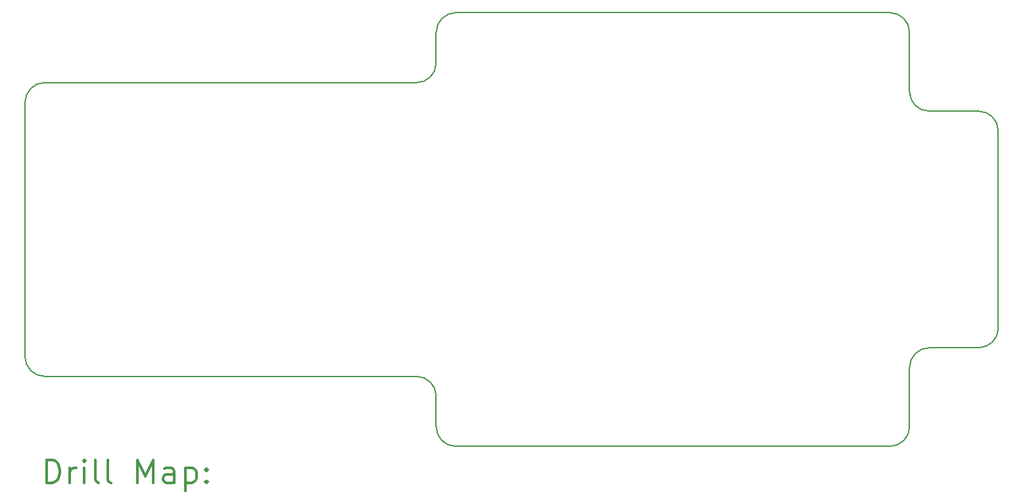
<source format=gbr>
%FSLAX45Y45*%
G04 Gerber Fmt 4.5, Leading zero omitted, Abs format (unit mm)*
G04 Created by KiCad (PCBNEW (5.0.2)-1) date 26/04/2019 16:37:29*
%MOMM*%
%LPD*%
G01*
G04 APERTURE LIST*
%ADD10C,0.150000*%
%ADD11C,0.200000*%
%ADD12C,0.300000*%
G04 APERTURE END LIST*
D10*
X13208000Y-7366000D02*
X13208000Y-7759700D01*
X12954000Y-11798300D02*
G75*
G02X13208000Y-12052300I0J-254000D01*
G01*
X8166100Y-11798300D02*
G75*
G02X7912100Y-11544300I0J254000D01*
G01*
X13462000Y-12700000D02*
G75*
G02X13208000Y-12446000I0J254000D01*
G01*
X7912100Y-8267700D02*
G75*
G02X8166100Y-8013700I254000J0D01*
G01*
X13208000Y-7759700D02*
G75*
G02X12954000Y-8013700I-254000J0D01*
G01*
X19050000Y-7112000D02*
G75*
G02X19304000Y-7366000I0J-254000D01*
G01*
X19558000Y-8382000D02*
G75*
G02X19304000Y-8128000I0J254000D01*
G01*
X20193000Y-8382000D02*
G75*
G02X20447000Y-8636000I0J-254000D01*
G01*
X20447000Y-11176000D02*
G75*
G02X20193000Y-11430000I-254000J0D01*
G01*
X19304000Y-11684000D02*
G75*
G02X19558000Y-11430000I254000J0D01*
G01*
X19304000Y-12446000D02*
G75*
G02X19050000Y-12700000I-254000J0D01*
G01*
X13208000Y-7366000D02*
G75*
G02X13462000Y-7112000I254000J0D01*
G01*
X13208000Y-12052300D02*
X13208000Y-12446000D01*
X8166100Y-11798300D02*
X12954000Y-11798300D01*
X7912100Y-8267700D02*
X7912100Y-11544300D01*
X12954000Y-8013700D02*
X8166100Y-8013700D01*
X19050000Y-12700000D02*
X13462000Y-12700000D01*
X19304000Y-11684000D02*
X19304000Y-12446000D01*
X20193000Y-11430000D02*
X19558000Y-11430000D01*
X20447000Y-8636000D02*
X20447000Y-11176000D01*
X19558000Y-8382000D02*
X20193000Y-8382000D01*
X19304000Y-7366000D02*
X19304000Y-8128000D01*
X13462000Y-7112000D02*
X19050000Y-7112000D01*
D11*
D12*
X8191028Y-13173214D02*
X8191028Y-12873214D01*
X8262457Y-12873214D01*
X8305314Y-12887500D01*
X8333886Y-12916071D01*
X8348171Y-12944643D01*
X8362457Y-13001786D01*
X8362457Y-13044643D01*
X8348171Y-13101786D01*
X8333886Y-13130357D01*
X8305314Y-13158929D01*
X8262457Y-13173214D01*
X8191028Y-13173214D01*
X8491028Y-13173214D02*
X8491028Y-12973214D01*
X8491028Y-13030357D02*
X8505314Y-13001786D01*
X8519600Y-12987500D01*
X8548171Y-12973214D01*
X8576743Y-12973214D01*
X8676743Y-13173214D02*
X8676743Y-12973214D01*
X8676743Y-12873214D02*
X8662457Y-12887500D01*
X8676743Y-12901786D01*
X8691028Y-12887500D01*
X8676743Y-12873214D01*
X8676743Y-12901786D01*
X8862457Y-13173214D02*
X8833886Y-13158929D01*
X8819600Y-13130357D01*
X8819600Y-12873214D01*
X9019600Y-13173214D02*
X8991028Y-13158929D01*
X8976743Y-13130357D01*
X8976743Y-12873214D01*
X9362457Y-13173214D02*
X9362457Y-12873214D01*
X9462457Y-13087500D01*
X9562457Y-12873214D01*
X9562457Y-13173214D01*
X9833886Y-13173214D02*
X9833886Y-13016071D01*
X9819600Y-12987500D01*
X9791028Y-12973214D01*
X9733886Y-12973214D01*
X9705314Y-12987500D01*
X9833886Y-13158929D02*
X9805314Y-13173214D01*
X9733886Y-13173214D01*
X9705314Y-13158929D01*
X9691028Y-13130357D01*
X9691028Y-13101786D01*
X9705314Y-13073214D01*
X9733886Y-13058929D01*
X9805314Y-13058929D01*
X9833886Y-13044643D01*
X9976743Y-12973214D02*
X9976743Y-13273214D01*
X9976743Y-12987500D02*
X10005314Y-12973214D01*
X10062457Y-12973214D01*
X10091028Y-12987500D01*
X10105314Y-13001786D01*
X10119600Y-13030357D01*
X10119600Y-13116071D01*
X10105314Y-13144643D01*
X10091028Y-13158929D01*
X10062457Y-13173214D01*
X10005314Y-13173214D01*
X9976743Y-13158929D01*
X10248171Y-13144643D02*
X10262457Y-13158929D01*
X10248171Y-13173214D01*
X10233886Y-13158929D01*
X10248171Y-13144643D01*
X10248171Y-13173214D01*
X10248171Y-12987500D02*
X10262457Y-13001786D01*
X10248171Y-13016071D01*
X10233886Y-13001786D01*
X10248171Y-12987500D01*
X10248171Y-13016071D01*
M02*

</source>
